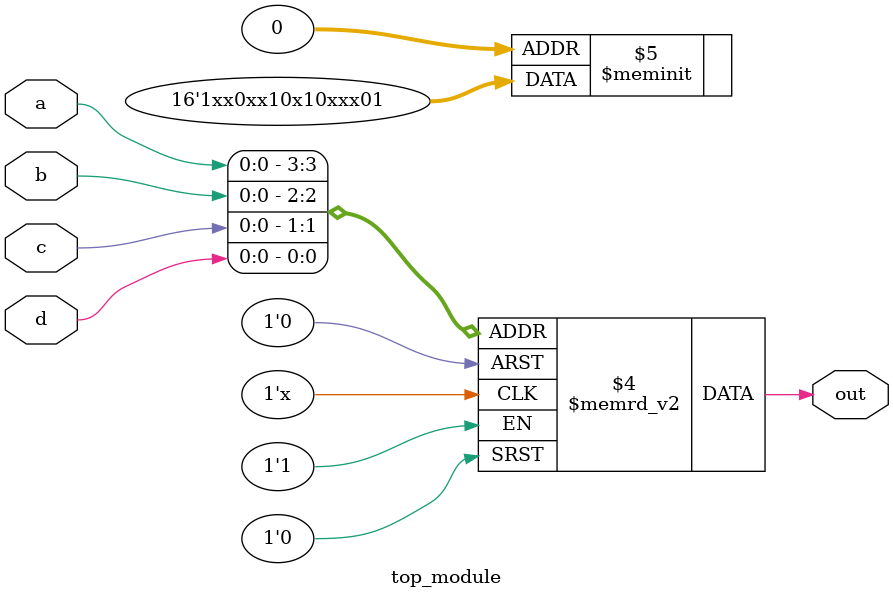
<source format=sv>
module top_module (
    input a, 
    input b,
    input c,
    input d,
    output reg out
);

always @(*) begin
    case ({a, b, c, d})
        4'b0000, 4'b0110, 4'b1001, 4'b1111: out = 1'b1;
        4'b0001, 4'b0101, 4'b1000, 4'b1100: out = 1'b0;
        default: out = 1'bx;
    endcase
end

endmodule

</source>
